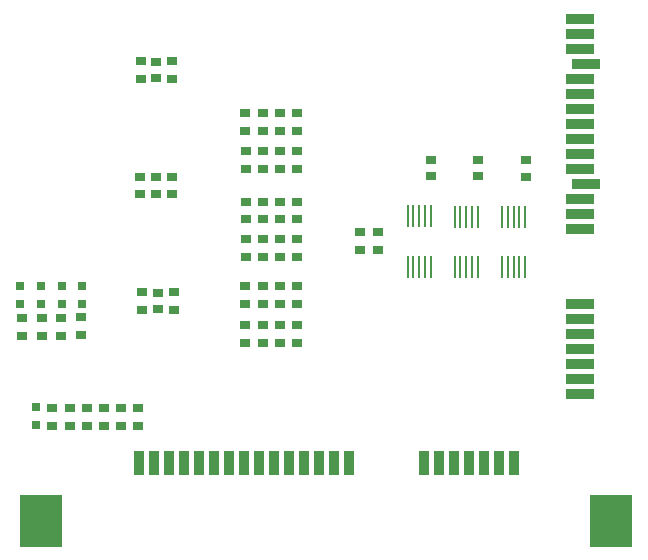
<source format=gtp>
G04 Layer_Color=8421504*
%FSLAX23Y23*%
%MOIN*%
G70*
G01*
G75*
%ADD16R,0.035X0.028*%
%ADD17R,0.035X0.031*%
%ADD18R,0.011X0.074*%
%ADD19R,0.031X0.031*%
%ADD20R,0.035X0.083*%
%ADD21R,0.144X0.173*%
%ADD22R,0.094X0.035*%
D16*
X3412Y3424D02*
D03*
Y3483D02*
D03*
X3353D02*
D03*
Y3424D02*
D03*
X3029Y3458D02*
D03*
Y3399D02*
D03*
X3030Y3525D02*
D03*
Y3584D02*
D03*
X3144Y3399D02*
D03*
Y3458D02*
D03*
Y3584D02*
D03*
Y3525D02*
D03*
X3087Y3399D02*
D03*
Y3458D02*
D03*
X3087Y3584D02*
D03*
Y3525D02*
D03*
X2972Y3399D02*
D03*
Y3458D02*
D03*
Y3584D02*
D03*
Y3525D02*
D03*
X2328Y2836D02*
D03*
Y2895D02*
D03*
X2385D02*
D03*
Y2836D02*
D03*
X2442Y2895D02*
D03*
Y2836D02*
D03*
X2499D02*
D03*
Y2895D02*
D03*
X2556Y2836D02*
D03*
Y2895D02*
D03*
X2613D02*
D03*
Y2836D02*
D03*
X2728Y4052D02*
D03*
Y3993D02*
D03*
X3029Y3173D02*
D03*
Y3114D02*
D03*
X3144Y3173D02*
D03*
Y3114D02*
D03*
X3086D02*
D03*
Y3173D02*
D03*
X2971Y3114D02*
D03*
Y3173D02*
D03*
Y3878D02*
D03*
Y3819D02*
D03*
X2972Y3694D02*
D03*
Y3753D02*
D03*
X3086Y3878D02*
D03*
Y3819D02*
D03*
X3087Y3694D02*
D03*
Y3753D02*
D03*
X3144Y3878D02*
D03*
Y3819D02*
D03*
Y3694D02*
D03*
Y3753D02*
D03*
X2626Y3282D02*
D03*
Y3223D02*
D03*
X3029Y3819D02*
D03*
Y3878D02*
D03*
X3029Y3753D02*
D03*
Y3694D02*
D03*
X2732Y3223D02*
D03*
Y3282D02*
D03*
X2621Y3667D02*
D03*
Y3608D02*
D03*
X2728Y3667D02*
D03*
Y3608D02*
D03*
X2971Y3303D02*
D03*
Y3244D02*
D03*
X3086Y3303D02*
D03*
Y3244D02*
D03*
X3144D02*
D03*
Y3303D02*
D03*
X2622Y4052D02*
D03*
Y3993D02*
D03*
X3029Y3244D02*
D03*
Y3303D02*
D03*
X2422Y3198D02*
D03*
Y3139D02*
D03*
X2357Y3137D02*
D03*
Y3196D02*
D03*
X2292D02*
D03*
Y3137D02*
D03*
X2227D02*
D03*
Y3196D02*
D03*
D17*
X2674Y4050D02*
D03*
Y3995D02*
D03*
X3589Y3669D02*
D03*
Y3724D02*
D03*
X3905Y3667D02*
D03*
Y3723D02*
D03*
X2679Y3280D02*
D03*
Y3225D02*
D03*
X3745Y3669D02*
D03*
Y3724D02*
D03*
X2674Y3665D02*
D03*
Y3610D02*
D03*
D18*
X3512Y3366D02*
D03*
X3531D02*
D03*
X3551D02*
D03*
X3571D02*
D03*
X3590D02*
D03*
Y3535D02*
D03*
X3571D02*
D03*
X3551D02*
D03*
X3531D02*
D03*
X3512D02*
D03*
X3669Y3365D02*
D03*
X3688D02*
D03*
X3708D02*
D03*
X3728D02*
D03*
X3747D02*
D03*
Y3534D02*
D03*
X3728D02*
D03*
X3708D02*
D03*
X3688D02*
D03*
X3669D02*
D03*
X3825Y3365D02*
D03*
X3845D02*
D03*
X3865D02*
D03*
X3884D02*
D03*
X3904D02*
D03*
Y3534D02*
D03*
X3884D02*
D03*
X3865D02*
D03*
X3845D02*
D03*
X3825D02*
D03*
D19*
X2220Y3244D02*
D03*
Y3303D02*
D03*
X2290Y3244D02*
D03*
Y3303D02*
D03*
X2360Y3244D02*
D03*
Y3303D02*
D03*
X2274Y2839D02*
D03*
Y2898D02*
D03*
X2425Y3244D02*
D03*
Y3303D02*
D03*
D20*
X2615Y2711D02*
D03*
X2665D02*
D03*
X2715D02*
D03*
X2765D02*
D03*
X2965D02*
D03*
X2915D02*
D03*
X2865D02*
D03*
X2815D02*
D03*
X3165D02*
D03*
X3115D02*
D03*
X3065D02*
D03*
X3015D02*
D03*
X3315D02*
D03*
X3265D02*
D03*
X3215D02*
D03*
X3715D02*
D03*
X3665D02*
D03*
X3615D02*
D03*
X3565D02*
D03*
X3865D02*
D03*
X3815D02*
D03*
X3765D02*
D03*
D21*
X4190Y2520D02*
D03*
X2290D02*
D03*
D22*
X4087Y3093D02*
D03*
Y3043D02*
D03*
Y2993D02*
D03*
Y2943D02*
D03*
Y3243D02*
D03*
Y3193D02*
D03*
Y3143D02*
D03*
Y4093D02*
D03*
Y4143D02*
D03*
Y4193D02*
D03*
Y3893D02*
D03*
Y3943D02*
D03*
Y3993D02*
D03*
X4107Y4043D02*
D03*
X4087Y3693D02*
D03*
Y3743D02*
D03*
Y3793D02*
D03*
Y3843D02*
D03*
X4107Y3643D02*
D03*
X4087Y3593D02*
D03*
Y3543D02*
D03*
Y3493D02*
D03*
M02*

</source>
